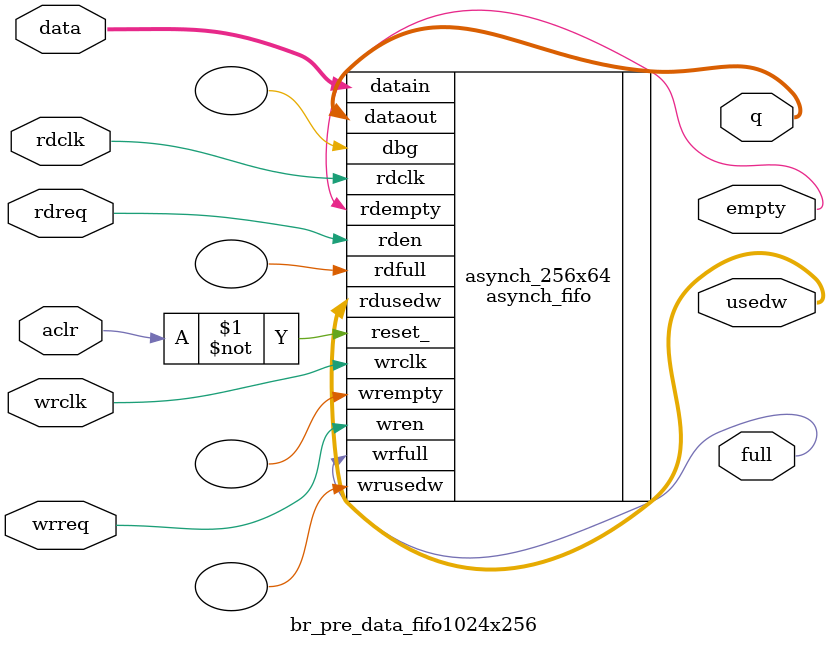
<source format=v>

`timescale 1ns/1ps
// synopsys translate_on

module br_pre_data_fifo1024x256

(
			aclr,		//i-1                                                      
			                                                                       
			wrclk,      //i-1, Clk for writing data                                
			wrreq,      //i-1, request to write                                    
			data,       //i-256, Data coming in                                    
			full,       //o-1, indicates fifo is full or not (To avoid overiding)  
		                                                                           
			rdclk,	    //i-1, Clk for reading data                                
			rdreq,      //i-1, Request to read from FIFO                           
			q, 	        //o-256, Data coming out                                   
			empty,      //o-1, indicates fifo is empty or not (to avoid underflow) 
			usedw       //o-11, 1number of slots currently in use for reading      

);
	parameter WIDTH = 256,
			  DEPTH = 1024,
			  PTR	= 10;
			  
			  
			input  wire 				aclr;	//i-1  
                                                       
			input  wire 				wrclk;  //i-1, Clk for writing data                               
			input  wire 				wrreq;  //i-1, request to write                                   
			input  wire [WIDTH-1 : 0]	data;   //i-256, Data coming in                                    
			output wire					full;   //o-1, indicates fifo is full or not (To avoid overiding) 
		                                                                                              
			input  wire 				rdclk;  //i-1, Clk for reading data                               
			input  wire 				rdreq;  //i-1, Request to read from FIFO                          
			output wire [WIDTH-1 : 0]	q; 	    //o-256, Data coming out                                   
			output wire 				empty;  //o-1, indicates fifo is empty or not (to avoid underflow)
			output wire [PTR : 0] 		usedw;  //o-11, 1number of slots currently in use for reading      

			

asynch_fifo	#(.WIDTH (WIDTH),		  			
					  	  .DEPTH (DEPTH),
					 	  .PTR	 (PTR) )		 
 											
	asynch_256x64		  (
			.reset_		(~aclr),
			        	
			.wrclk		(wrclk),			//i, Clk to write data                                    	      
			.wren		(wrreq),	   	    //i, write enable                                                
			.datain		(data),			    //i, write data                                                  
			.wrfull		(full),			    //o, indicates fifo is full or not (To avoid overiding)          
			.wrempty	(),				                                                                     
			.wrusedw	(),				                                                                     
                    	                                                                                     
			.rdclk		(rdclk),		                                                                     
			.rden		(rdreq),		    // i-1, Clk to read data                                         
			.dataout	(q),			    // i-1, read enable of data FIFO                                 
			.rdfull		(),				    // Dataout of data FIFO                                          
			.rdempty	(empty),		    // indicates fifo is empty or not (to avoid underflow)           
			.rdusedw	(usedw),		    // rdusedw -number of locations filled in fifo (not used )       

			.dbg		()

		 );
endmodule
</source>
